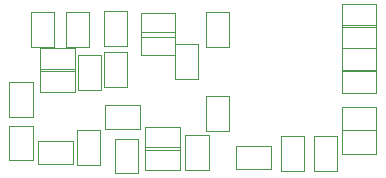
<source format=gbr>
G04 (created by PCBNEW (2013-jul-07)-stable) date Mon 28 Dec 2015 12:48:25 PM PST*
%MOIN*%
G04 Gerber Fmt 3.4, Leading zero omitted, Abs format*
%FSLAX34Y34*%
G01*
G70*
G90*
G04 APERTURE LIST*
%ADD10C,0.00393701*%
%ADD11C,0.002*%
G04 APERTURE END LIST*
G54D10*
G54D11*
X59944Y-40911D02*
X59944Y-39753D01*
X59944Y-39753D02*
X60718Y-39753D01*
X60718Y-39753D02*
X60718Y-40911D01*
X60718Y-40911D02*
X59944Y-40911D01*
X63238Y-43887D02*
X63238Y-45045D01*
X63238Y-45045D02*
X62464Y-45045D01*
X62464Y-45045D02*
X62464Y-43887D01*
X62464Y-43887D02*
X63238Y-43887D01*
X64476Y-41677D02*
X65634Y-41677D01*
X65634Y-41677D02*
X65634Y-42451D01*
X65634Y-42451D02*
X64476Y-42451D01*
X64476Y-42451D02*
X64476Y-41677D01*
X59694Y-40816D02*
X59694Y-41974D01*
X59694Y-41974D02*
X58920Y-41974D01*
X58920Y-41974D02*
X58920Y-40816D01*
X58920Y-40816D02*
X59694Y-40816D01*
X54117Y-40911D02*
X54117Y-39753D01*
X54117Y-39753D02*
X54891Y-39753D01*
X54891Y-39753D02*
X54891Y-40911D01*
X54891Y-40911D02*
X54117Y-40911D01*
X54183Y-42076D02*
X54183Y-43234D01*
X54183Y-43234D02*
X53409Y-43234D01*
X53409Y-43234D02*
X53409Y-42076D01*
X53409Y-42076D02*
X54183Y-42076D01*
X54183Y-43532D02*
X54183Y-44690D01*
X54183Y-44690D02*
X53409Y-44690D01*
X53409Y-44690D02*
X53409Y-43532D01*
X53409Y-43532D02*
X54183Y-43532D01*
X60972Y-44197D02*
X62130Y-44197D01*
X62130Y-44197D02*
X62130Y-44971D01*
X62130Y-44971D02*
X60972Y-44971D01*
X60972Y-44971D02*
X60972Y-44197D01*
X57332Y-41091D02*
X57332Y-42249D01*
X57332Y-42249D02*
X56558Y-42249D01*
X56558Y-42249D02*
X56558Y-41091D01*
X56558Y-41091D02*
X57332Y-41091D01*
X57760Y-43632D02*
X56602Y-43632D01*
X56602Y-43632D02*
X56602Y-42858D01*
X56602Y-42858D02*
X57760Y-42858D01*
X57760Y-42858D02*
X57760Y-43632D01*
X54358Y-44039D02*
X55516Y-44039D01*
X55516Y-44039D02*
X55516Y-44813D01*
X55516Y-44813D02*
X54358Y-44813D01*
X54358Y-44813D02*
X54358Y-44039D01*
X56072Y-39753D02*
X56072Y-40911D01*
X56072Y-40911D02*
X55298Y-40911D01*
X55298Y-40911D02*
X55298Y-39753D01*
X55298Y-39753D02*
X56072Y-39753D01*
X55595Y-42412D02*
X54437Y-42412D01*
X54437Y-42412D02*
X54437Y-41638D01*
X54437Y-41638D02*
X55595Y-41638D01*
X55595Y-41638D02*
X55595Y-42412D01*
X54437Y-40929D02*
X55595Y-40929D01*
X55595Y-40929D02*
X55595Y-41703D01*
X55595Y-41703D02*
X54437Y-41703D01*
X54437Y-41703D02*
X54437Y-40929D01*
X55653Y-44848D02*
X55653Y-43690D01*
X55653Y-43690D02*
X56427Y-43690D01*
X56427Y-43690D02*
X56427Y-44848D01*
X56427Y-44848D02*
X55653Y-44848D01*
X55692Y-42328D02*
X55692Y-41170D01*
X55692Y-41170D02*
X56466Y-41170D01*
X56466Y-41170D02*
X56466Y-42328D01*
X56466Y-42328D02*
X55692Y-42328D01*
X59944Y-43706D02*
X59944Y-42548D01*
X59944Y-42548D02*
X60718Y-42548D01*
X60718Y-42548D02*
X60718Y-43706D01*
X60718Y-43706D02*
X59944Y-43706D01*
X64340Y-43887D02*
X64340Y-45045D01*
X64340Y-45045D02*
X63566Y-45045D01*
X63566Y-45045D02*
X63566Y-43887D01*
X63566Y-43887D02*
X64340Y-43887D01*
X64476Y-40929D02*
X65634Y-40929D01*
X65634Y-40929D02*
X65634Y-41703D01*
X65634Y-41703D02*
X64476Y-41703D01*
X64476Y-41703D02*
X64476Y-40929D01*
X60049Y-43847D02*
X60049Y-45005D01*
X60049Y-45005D02*
X59275Y-45005D01*
X59275Y-45005D02*
X59275Y-43847D01*
X59275Y-43847D02*
X60049Y-43847D01*
X57332Y-39713D02*
X57332Y-40871D01*
X57332Y-40871D02*
X56558Y-40871D01*
X56558Y-40871D02*
X56558Y-39713D01*
X56558Y-39713D02*
X57332Y-39713D01*
X57783Y-39787D02*
X58941Y-39787D01*
X58941Y-39787D02*
X58941Y-40561D01*
X58941Y-40561D02*
X57783Y-40561D01*
X57783Y-40561D02*
X57783Y-39787D01*
X58941Y-41191D02*
X57783Y-41191D01*
X57783Y-41191D02*
X57783Y-40417D01*
X57783Y-40417D02*
X58941Y-40417D01*
X58941Y-40417D02*
X58941Y-41191D01*
X57686Y-43965D02*
X57686Y-45123D01*
X57686Y-45123D02*
X56912Y-45123D01*
X56912Y-45123D02*
X56912Y-43965D01*
X56912Y-43965D02*
X57686Y-43965D01*
X59099Y-44341D02*
X57941Y-44341D01*
X57941Y-44341D02*
X57941Y-43567D01*
X57941Y-43567D02*
X59099Y-43567D01*
X59099Y-43567D02*
X59099Y-44341D01*
X57941Y-44236D02*
X59099Y-44236D01*
X59099Y-44236D02*
X59099Y-45010D01*
X59099Y-45010D02*
X57941Y-45010D01*
X57941Y-45010D02*
X57941Y-44236D01*
X64476Y-40181D02*
X65634Y-40181D01*
X65634Y-40181D02*
X65634Y-40955D01*
X65634Y-40955D02*
X64476Y-40955D01*
X64476Y-40955D02*
X64476Y-40181D01*
X64476Y-42898D02*
X65634Y-42898D01*
X65634Y-42898D02*
X65634Y-43672D01*
X65634Y-43672D02*
X64476Y-43672D01*
X64476Y-43672D02*
X64476Y-42898D01*
X65634Y-40246D02*
X64476Y-40246D01*
X64476Y-40246D02*
X64476Y-39472D01*
X64476Y-39472D02*
X65634Y-39472D01*
X65634Y-39472D02*
X65634Y-40246D01*
X64476Y-43685D02*
X65634Y-43685D01*
X65634Y-43685D02*
X65634Y-44459D01*
X65634Y-44459D02*
X64476Y-44459D01*
X64476Y-44459D02*
X64476Y-43685D01*
M02*

</source>
